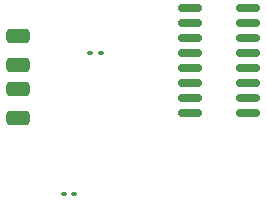
<source format=gtp>
%TF.GenerationSoftware,KiCad,Pcbnew,9.0.3*%
%TF.CreationDate,2025-08-08T09:11:37+05:30*%
%TF.ProjectId,US-UART(Converter),55532d55-4152-4542-9843-6f6e76657274,rev?*%
%TF.SameCoordinates,Original*%
%TF.FileFunction,Paste,Top*%
%TF.FilePolarity,Positive*%
%FSLAX46Y46*%
G04 Gerber Fmt 4.6, Leading zero omitted, Abs format (unit mm)*
G04 Created by KiCad (PCBNEW 9.0.3) date 2025-08-08 09:11:37*
%MOMM*%
%LPD*%
G01*
G04 APERTURE LIST*
G04 Aperture macros list*
%AMRoundRect*
0 Rectangle with rounded corners*
0 $1 Rounding radius*
0 $2 $3 $4 $5 $6 $7 $8 $9 X,Y pos of 4 corners*
0 Add a 4 corners polygon primitive as box body*
4,1,4,$2,$3,$4,$5,$6,$7,$8,$9,$2,$3,0*
0 Add four circle primitives for the rounded corners*
1,1,$1+$1,$2,$3*
1,1,$1+$1,$4,$5*
1,1,$1+$1,$6,$7*
1,1,$1+$1,$8,$9*
0 Add four rect primitives between the rounded corners*
20,1,$1+$1,$2,$3,$4,$5,0*
20,1,$1+$1,$4,$5,$6,$7,0*
20,1,$1+$1,$6,$7,$8,$9,0*
20,1,$1+$1,$8,$9,$2,$3,0*%
G04 Aperture macros list end*
%ADD10RoundRect,0.150000X-0.825000X-0.150000X0.825000X-0.150000X0.825000X0.150000X-0.825000X0.150000X0*%
%ADD11RoundRect,0.300000X0.700000X0.300000X-0.700000X0.300000X-0.700000X-0.300000X0.700000X-0.300000X0*%
%ADD12RoundRect,0.090000X0.139000X0.090000X-0.139000X0.090000X-0.139000X-0.090000X0.139000X-0.090000X0*%
%ADD13RoundRect,0.090000X-0.139000X-0.090000X0.139000X-0.090000X0.139000X0.090000X-0.139000X0.090000X0*%
G04 APERTURE END LIST*
D10*
X115522500Y-69135000D03*
X115522500Y-70405000D03*
X115522500Y-71675000D03*
X115522500Y-72945000D03*
X115522500Y-74215000D03*
X115522500Y-75485000D03*
X115522500Y-76755000D03*
X115522500Y-78025000D03*
X120472500Y-78025000D03*
X120472500Y-76755000D03*
X120472500Y-75485000D03*
X120472500Y-74215000D03*
X120472500Y-72945000D03*
X120472500Y-71675000D03*
X120472500Y-70405000D03*
X120472500Y-69135000D03*
D11*
X101000000Y-78425000D03*
X101000000Y-75925000D03*
X101000000Y-73925000D03*
X101000000Y-71425000D03*
D12*
X105765000Y-84850000D03*
X104900000Y-84850000D03*
D13*
X107120000Y-72870000D03*
X107985000Y-72870000D03*
M02*

</source>
